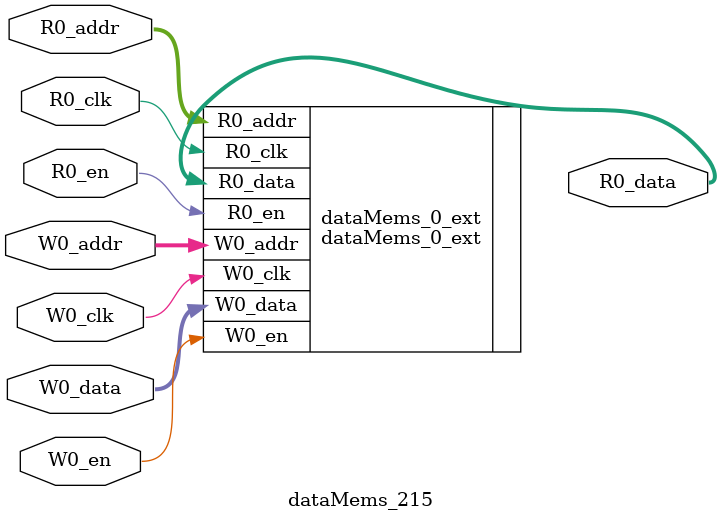
<source format=sv>
`ifndef RANDOMIZE
  `ifdef RANDOMIZE_REG_INIT
    `define RANDOMIZE
  `endif // RANDOMIZE_REG_INIT
`endif // not def RANDOMIZE
`ifndef RANDOMIZE
  `ifdef RANDOMIZE_MEM_INIT
    `define RANDOMIZE
  `endif // RANDOMIZE_MEM_INIT
`endif // not def RANDOMIZE

`ifndef RANDOM
  `define RANDOM $random
`endif // not def RANDOM

// Users can define 'PRINTF_COND' to add an extra gate to prints.
`ifndef PRINTF_COND_
  `ifdef PRINTF_COND
    `define PRINTF_COND_ (`PRINTF_COND)
  `else  // PRINTF_COND
    `define PRINTF_COND_ 1
  `endif // PRINTF_COND
`endif // not def PRINTF_COND_

// Users can define 'ASSERT_VERBOSE_COND' to add an extra gate to assert error printing.
`ifndef ASSERT_VERBOSE_COND_
  `ifdef ASSERT_VERBOSE_COND
    `define ASSERT_VERBOSE_COND_ (`ASSERT_VERBOSE_COND)
  `else  // ASSERT_VERBOSE_COND
    `define ASSERT_VERBOSE_COND_ 1
  `endif // ASSERT_VERBOSE_COND
`endif // not def ASSERT_VERBOSE_COND_

// Users can define 'STOP_COND' to add an extra gate to stop conditions.
`ifndef STOP_COND_
  `ifdef STOP_COND
    `define STOP_COND_ (`STOP_COND)
  `else  // STOP_COND
    `define STOP_COND_ 1
  `endif // STOP_COND
`endif // not def STOP_COND_

// Users can define INIT_RANDOM as general code that gets injected into the
// initializer block for modules with registers.
`ifndef INIT_RANDOM
  `define INIT_RANDOM
`endif // not def INIT_RANDOM

// If using random initialization, you can also define RANDOMIZE_DELAY to
// customize the delay used, otherwise 0.002 is used.
`ifndef RANDOMIZE_DELAY
  `define RANDOMIZE_DELAY 0.002
`endif // not def RANDOMIZE_DELAY

// Define INIT_RANDOM_PROLOG_ for use in our modules below.
`ifndef INIT_RANDOM_PROLOG_
  `ifdef RANDOMIZE
    `ifdef VERILATOR
      `define INIT_RANDOM_PROLOG_ `INIT_RANDOM
    `else  // VERILATOR
      `define INIT_RANDOM_PROLOG_ `INIT_RANDOM #`RANDOMIZE_DELAY begin end
    `endif // VERILATOR
  `else  // RANDOMIZE
    `define INIT_RANDOM_PROLOG_
  `endif // RANDOMIZE
`endif // not def INIT_RANDOM_PROLOG_

// Include register initializers in init blocks unless synthesis is set
`ifndef SYNTHESIS
  `ifndef ENABLE_INITIAL_REG_
    `define ENABLE_INITIAL_REG_
  `endif // not def ENABLE_INITIAL_REG_
`endif // not def SYNTHESIS

// Include rmemory initializers in init blocks unless synthesis is set
`ifndef SYNTHESIS
  `ifndef ENABLE_INITIAL_MEM_
    `define ENABLE_INITIAL_MEM_
  `endif // not def ENABLE_INITIAL_MEM_
`endif // not def SYNTHESIS

module dataMems_215(	// @[generators/ara/src/main/scala/UnsafeAXI4ToTL.scala:365:62]
  input  [4:0]  R0_addr,
  input         R0_en,
  input         R0_clk,
  output [66:0] R0_data,
  input  [4:0]  W0_addr,
  input         W0_en,
  input         W0_clk,
  input  [66:0] W0_data
);

  dataMems_0_ext dataMems_0_ext (	// @[generators/ara/src/main/scala/UnsafeAXI4ToTL.scala:365:62]
    .R0_addr (R0_addr),
    .R0_en   (R0_en),
    .R0_clk  (R0_clk),
    .R0_data (R0_data),
    .W0_addr (W0_addr),
    .W0_en   (W0_en),
    .W0_clk  (W0_clk),
    .W0_data (W0_data)
  );
endmodule


</source>
